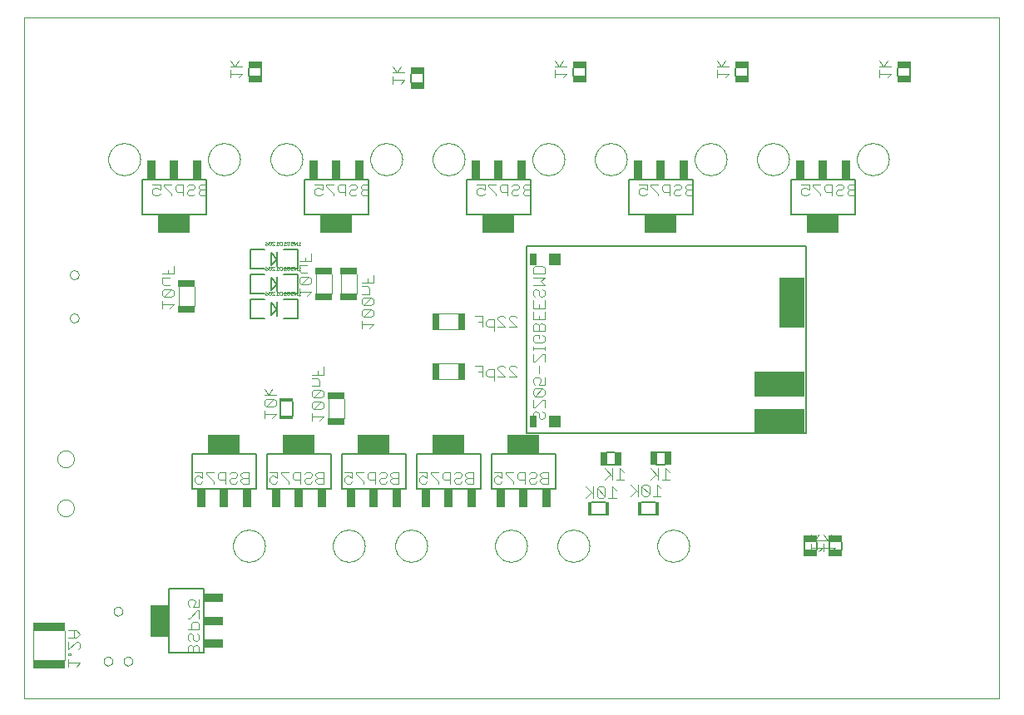
<source format=gbo>
G75*
%MOIN*%
%OFA0B0*%
%FSLAX24Y24*%
%IPPOS*%
%LPD*%
%AMOC8*
5,1,8,0,0,1.08239X$1,22.5*
%
%ADD10C,0.0000*%
%ADD11C,0.0060*%
%ADD12C,0.0040*%
%ADD13R,0.0551X0.0256*%
%ADD14R,0.1299X0.0374*%
%ADD15R,0.0669X0.0295*%
%ADD16C,0.0080*%
%ADD17C,0.0010*%
%ADD18R,0.1260X0.0730*%
%ADD19R,0.0340X0.0730*%
%ADD20R,0.0295X0.0669*%
%ADD21R,0.0560X0.0140*%
%ADD22R,0.0730X0.1260*%
%ADD23R,0.0730X0.0340*%
%ADD24R,0.0140X0.0560*%
%ADD25C,0.0050*%
%ADD26R,0.0500X0.0500*%
%ADD27R,0.0250X0.0500*%
%ADD28R,0.2000X0.1000*%
%ADD29R,0.1000X0.2000*%
%ADD30R,0.0256X0.0551*%
D10*
X012596Y000100D02*
X012596Y027396D01*
X051666Y027396D01*
X051666Y000100D01*
X012596Y000100D01*
X015771Y001575D02*
X015773Y001601D01*
X015779Y001627D01*
X015788Y001651D01*
X015801Y001674D01*
X015818Y001694D01*
X015837Y001712D01*
X015859Y001727D01*
X015882Y001738D01*
X015907Y001746D01*
X015933Y001750D01*
X015959Y001750D01*
X015985Y001746D01*
X016010Y001738D01*
X016034Y001727D01*
X016055Y001712D01*
X016074Y001694D01*
X016091Y001674D01*
X016104Y001651D01*
X016113Y001627D01*
X016119Y001601D01*
X016121Y001575D01*
X016119Y001549D01*
X016113Y001523D01*
X016104Y001499D01*
X016091Y001476D01*
X016074Y001456D01*
X016055Y001438D01*
X016033Y001423D01*
X016010Y001412D01*
X015985Y001404D01*
X015959Y001400D01*
X015933Y001400D01*
X015907Y001404D01*
X015882Y001412D01*
X015858Y001423D01*
X015837Y001438D01*
X015818Y001456D01*
X015801Y001476D01*
X015788Y001499D01*
X015779Y001523D01*
X015773Y001549D01*
X015771Y001575D01*
X016571Y001575D02*
X016573Y001601D01*
X016579Y001627D01*
X016588Y001651D01*
X016601Y001674D01*
X016618Y001694D01*
X016637Y001712D01*
X016659Y001727D01*
X016682Y001738D01*
X016707Y001746D01*
X016733Y001750D01*
X016759Y001750D01*
X016785Y001746D01*
X016810Y001738D01*
X016834Y001727D01*
X016855Y001712D01*
X016874Y001694D01*
X016891Y001674D01*
X016904Y001651D01*
X016913Y001627D01*
X016919Y001601D01*
X016921Y001575D01*
X016919Y001549D01*
X016913Y001523D01*
X016904Y001499D01*
X016891Y001476D01*
X016874Y001456D01*
X016855Y001438D01*
X016833Y001423D01*
X016810Y001412D01*
X016785Y001404D01*
X016759Y001400D01*
X016733Y001400D01*
X016707Y001404D01*
X016682Y001412D01*
X016658Y001423D01*
X016637Y001438D01*
X016618Y001456D01*
X016601Y001476D01*
X016588Y001499D01*
X016579Y001523D01*
X016573Y001549D01*
X016571Y001575D01*
X016171Y003575D02*
X016173Y003601D01*
X016179Y003627D01*
X016188Y003651D01*
X016201Y003674D01*
X016218Y003694D01*
X016237Y003712D01*
X016259Y003727D01*
X016282Y003738D01*
X016307Y003746D01*
X016333Y003750D01*
X016359Y003750D01*
X016385Y003746D01*
X016410Y003738D01*
X016434Y003727D01*
X016455Y003712D01*
X016474Y003694D01*
X016491Y003674D01*
X016504Y003651D01*
X016513Y003627D01*
X016519Y003601D01*
X016521Y003575D01*
X016519Y003549D01*
X016513Y003523D01*
X016504Y003499D01*
X016491Y003476D01*
X016474Y003456D01*
X016455Y003438D01*
X016433Y003423D01*
X016410Y003412D01*
X016385Y003404D01*
X016359Y003400D01*
X016333Y003400D01*
X016307Y003404D01*
X016282Y003412D01*
X016258Y003423D01*
X016237Y003438D01*
X016218Y003456D01*
X016201Y003476D01*
X016188Y003499D01*
X016179Y003523D01*
X016173Y003549D01*
X016171Y003575D01*
X020956Y006200D02*
X020958Y006250D01*
X020964Y006300D01*
X020974Y006349D01*
X020987Y006398D01*
X021005Y006445D01*
X021026Y006491D01*
X021050Y006534D01*
X021078Y006576D01*
X021109Y006616D01*
X021143Y006653D01*
X021180Y006687D01*
X021220Y006718D01*
X021262Y006746D01*
X021305Y006770D01*
X021351Y006791D01*
X021398Y006809D01*
X021447Y006822D01*
X021496Y006832D01*
X021546Y006838D01*
X021596Y006840D01*
X021646Y006838D01*
X021696Y006832D01*
X021745Y006822D01*
X021794Y006809D01*
X021841Y006791D01*
X021887Y006770D01*
X021930Y006746D01*
X021972Y006718D01*
X022012Y006687D01*
X022049Y006653D01*
X022083Y006616D01*
X022114Y006576D01*
X022142Y006534D01*
X022166Y006491D01*
X022187Y006445D01*
X022205Y006398D01*
X022218Y006349D01*
X022228Y006300D01*
X022234Y006250D01*
X022236Y006200D01*
X022234Y006150D01*
X022228Y006100D01*
X022218Y006051D01*
X022205Y006002D01*
X022187Y005955D01*
X022166Y005909D01*
X022142Y005866D01*
X022114Y005824D01*
X022083Y005784D01*
X022049Y005747D01*
X022012Y005713D01*
X021972Y005682D01*
X021930Y005654D01*
X021887Y005630D01*
X021841Y005609D01*
X021794Y005591D01*
X021745Y005578D01*
X021696Y005568D01*
X021646Y005562D01*
X021596Y005560D01*
X021546Y005562D01*
X021496Y005568D01*
X021447Y005578D01*
X021398Y005591D01*
X021351Y005609D01*
X021305Y005630D01*
X021262Y005654D01*
X021220Y005682D01*
X021180Y005713D01*
X021143Y005747D01*
X021109Y005784D01*
X021078Y005824D01*
X021050Y005866D01*
X021026Y005909D01*
X021005Y005955D01*
X020987Y006002D01*
X020974Y006051D01*
X020964Y006100D01*
X020958Y006150D01*
X020956Y006200D01*
X024956Y006200D02*
X024958Y006250D01*
X024964Y006300D01*
X024974Y006349D01*
X024987Y006398D01*
X025005Y006445D01*
X025026Y006491D01*
X025050Y006534D01*
X025078Y006576D01*
X025109Y006616D01*
X025143Y006653D01*
X025180Y006687D01*
X025220Y006718D01*
X025262Y006746D01*
X025305Y006770D01*
X025351Y006791D01*
X025398Y006809D01*
X025447Y006822D01*
X025496Y006832D01*
X025546Y006838D01*
X025596Y006840D01*
X025646Y006838D01*
X025696Y006832D01*
X025745Y006822D01*
X025794Y006809D01*
X025841Y006791D01*
X025887Y006770D01*
X025930Y006746D01*
X025972Y006718D01*
X026012Y006687D01*
X026049Y006653D01*
X026083Y006616D01*
X026114Y006576D01*
X026142Y006534D01*
X026166Y006491D01*
X026187Y006445D01*
X026205Y006398D01*
X026218Y006349D01*
X026228Y006300D01*
X026234Y006250D01*
X026236Y006200D01*
X026234Y006150D01*
X026228Y006100D01*
X026218Y006051D01*
X026205Y006002D01*
X026187Y005955D01*
X026166Y005909D01*
X026142Y005866D01*
X026114Y005824D01*
X026083Y005784D01*
X026049Y005747D01*
X026012Y005713D01*
X025972Y005682D01*
X025930Y005654D01*
X025887Y005630D01*
X025841Y005609D01*
X025794Y005591D01*
X025745Y005578D01*
X025696Y005568D01*
X025646Y005562D01*
X025596Y005560D01*
X025546Y005562D01*
X025496Y005568D01*
X025447Y005578D01*
X025398Y005591D01*
X025351Y005609D01*
X025305Y005630D01*
X025262Y005654D01*
X025220Y005682D01*
X025180Y005713D01*
X025143Y005747D01*
X025109Y005784D01*
X025078Y005824D01*
X025050Y005866D01*
X025026Y005909D01*
X025005Y005955D01*
X024987Y006002D01*
X024974Y006051D01*
X024964Y006100D01*
X024958Y006150D01*
X024956Y006200D01*
X027456Y006200D02*
X027458Y006250D01*
X027464Y006300D01*
X027474Y006349D01*
X027487Y006398D01*
X027505Y006445D01*
X027526Y006491D01*
X027550Y006534D01*
X027578Y006576D01*
X027609Y006616D01*
X027643Y006653D01*
X027680Y006687D01*
X027720Y006718D01*
X027762Y006746D01*
X027805Y006770D01*
X027851Y006791D01*
X027898Y006809D01*
X027947Y006822D01*
X027996Y006832D01*
X028046Y006838D01*
X028096Y006840D01*
X028146Y006838D01*
X028196Y006832D01*
X028245Y006822D01*
X028294Y006809D01*
X028341Y006791D01*
X028387Y006770D01*
X028430Y006746D01*
X028472Y006718D01*
X028512Y006687D01*
X028549Y006653D01*
X028583Y006616D01*
X028614Y006576D01*
X028642Y006534D01*
X028666Y006491D01*
X028687Y006445D01*
X028705Y006398D01*
X028718Y006349D01*
X028728Y006300D01*
X028734Y006250D01*
X028736Y006200D01*
X028734Y006150D01*
X028728Y006100D01*
X028718Y006051D01*
X028705Y006002D01*
X028687Y005955D01*
X028666Y005909D01*
X028642Y005866D01*
X028614Y005824D01*
X028583Y005784D01*
X028549Y005747D01*
X028512Y005713D01*
X028472Y005682D01*
X028430Y005654D01*
X028387Y005630D01*
X028341Y005609D01*
X028294Y005591D01*
X028245Y005578D01*
X028196Y005568D01*
X028146Y005562D01*
X028096Y005560D01*
X028046Y005562D01*
X027996Y005568D01*
X027947Y005578D01*
X027898Y005591D01*
X027851Y005609D01*
X027805Y005630D01*
X027762Y005654D01*
X027720Y005682D01*
X027680Y005713D01*
X027643Y005747D01*
X027609Y005784D01*
X027578Y005824D01*
X027550Y005866D01*
X027526Y005909D01*
X027505Y005955D01*
X027487Y006002D01*
X027474Y006051D01*
X027464Y006100D01*
X027458Y006150D01*
X027456Y006200D01*
X031456Y006200D02*
X031458Y006250D01*
X031464Y006300D01*
X031474Y006349D01*
X031487Y006398D01*
X031505Y006445D01*
X031526Y006491D01*
X031550Y006534D01*
X031578Y006576D01*
X031609Y006616D01*
X031643Y006653D01*
X031680Y006687D01*
X031720Y006718D01*
X031762Y006746D01*
X031805Y006770D01*
X031851Y006791D01*
X031898Y006809D01*
X031947Y006822D01*
X031996Y006832D01*
X032046Y006838D01*
X032096Y006840D01*
X032146Y006838D01*
X032196Y006832D01*
X032245Y006822D01*
X032294Y006809D01*
X032341Y006791D01*
X032387Y006770D01*
X032430Y006746D01*
X032472Y006718D01*
X032512Y006687D01*
X032549Y006653D01*
X032583Y006616D01*
X032614Y006576D01*
X032642Y006534D01*
X032666Y006491D01*
X032687Y006445D01*
X032705Y006398D01*
X032718Y006349D01*
X032728Y006300D01*
X032734Y006250D01*
X032736Y006200D01*
X032734Y006150D01*
X032728Y006100D01*
X032718Y006051D01*
X032705Y006002D01*
X032687Y005955D01*
X032666Y005909D01*
X032642Y005866D01*
X032614Y005824D01*
X032583Y005784D01*
X032549Y005747D01*
X032512Y005713D01*
X032472Y005682D01*
X032430Y005654D01*
X032387Y005630D01*
X032341Y005609D01*
X032294Y005591D01*
X032245Y005578D01*
X032196Y005568D01*
X032146Y005562D01*
X032096Y005560D01*
X032046Y005562D01*
X031996Y005568D01*
X031947Y005578D01*
X031898Y005591D01*
X031851Y005609D01*
X031805Y005630D01*
X031762Y005654D01*
X031720Y005682D01*
X031680Y005713D01*
X031643Y005747D01*
X031609Y005784D01*
X031578Y005824D01*
X031550Y005866D01*
X031526Y005909D01*
X031505Y005955D01*
X031487Y006002D01*
X031474Y006051D01*
X031464Y006100D01*
X031458Y006150D01*
X031456Y006200D01*
X033956Y006200D02*
X033958Y006250D01*
X033964Y006300D01*
X033974Y006349D01*
X033987Y006398D01*
X034005Y006445D01*
X034026Y006491D01*
X034050Y006534D01*
X034078Y006576D01*
X034109Y006616D01*
X034143Y006653D01*
X034180Y006687D01*
X034220Y006718D01*
X034262Y006746D01*
X034305Y006770D01*
X034351Y006791D01*
X034398Y006809D01*
X034447Y006822D01*
X034496Y006832D01*
X034546Y006838D01*
X034596Y006840D01*
X034646Y006838D01*
X034696Y006832D01*
X034745Y006822D01*
X034794Y006809D01*
X034841Y006791D01*
X034887Y006770D01*
X034930Y006746D01*
X034972Y006718D01*
X035012Y006687D01*
X035049Y006653D01*
X035083Y006616D01*
X035114Y006576D01*
X035142Y006534D01*
X035166Y006491D01*
X035187Y006445D01*
X035205Y006398D01*
X035218Y006349D01*
X035228Y006300D01*
X035234Y006250D01*
X035236Y006200D01*
X035234Y006150D01*
X035228Y006100D01*
X035218Y006051D01*
X035205Y006002D01*
X035187Y005955D01*
X035166Y005909D01*
X035142Y005866D01*
X035114Y005824D01*
X035083Y005784D01*
X035049Y005747D01*
X035012Y005713D01*
X034972Y005682D01*
X034930Y005654D01*
X034887Y005630D01*
X034841Y005609D01*
X034794Y005591D01*
X034745Y005578D01*
X034696Y005568D01*
X034646Y005562D01*
X034596Y005560D01*
X034546Y005562D01*
X034496Y005568D01*
X034447Y005578D01*
X034398Y005591D01*
X034351Y005609D01*
X034305Y005630D01*
X034262Y005654D01*
X034220Y005682D01*
X034180Y005713D01*
X034143Y005747D01*
X034109Y005784D01*
X034078Y005824D01*
X034050Y005866D01*
X034026Y005909D01*
X034005Y005955D01*
X033987Y006002D01*
X033974Y006051D01*
X033964Y006100D01*
X033958Y006150D01*
X033956Y006200D01*
X037956Y006200D02*
X037958Y006250D01*
X037964Y006300D01*
X037974Y006349D01*
X037987Y006398D01*
X038005Y006445D01*
X038026Y006491D01*
X038050Y006534D01*
X038078Y006576D01*
X038109Y006616D01*
X038143Y006653D01*
X038180Y006687D01*
X038220Y006718D01*
X038262Y006746D01*
X038305Y006770D01*
X038351Y006791D01*
X038398Y006809D01*
X038447Y006822D01*
X038496Y006832D01*
X038546Y006838D01*
X038596Y006840D01*
X038646Y006838D01*
X038696Y006832D01*
X038745Y006822D01*
X038794Y006809D01*
X038841Y006791D01*
X038887Y006770D01*
X038930Y006746D01*
X038972Y006718D01*
X039012Y006687D01*
X039049Y006653D01*
X039083Y006616D01*
X039114Y006576D01*
X039142Y006534D01*
X039166Y006491D01*
X039187Y006445D01*
X039205Y006398D01*
X039218Y006349D01*
X039228Y006300D01*
X039234Y006250D01*
X039236Y006200D01*
X039234Y006150D01*
X039228Y006100D01*
X039218Y006051D01*
X039205Y006002D01*
X039187Y005955D01*
X039166Y005909D01*
X039142Y005866D01*
X039114Y005824D01*
X039083Y005784D01*
X039049Y005747D01*
X039012Y005713D01*
X038972Y005682D01*
X038930Y005654D01*
X038887Y005630D01*
X038841Y005609D01*
X038794Y005591D01*
X038745Y005578D01*
X038696Y005568D01*
X038646Y005562D01*
X038596Y005560D01*
X038546Y005562D01*
X038496Y005568D01*
X038447Y005578D01*
X038398Y005591D01*
X038351Y005609D01*
X038305Y005630D01*
X038262Y005654D01*
X038220Y005682D01*
X038180Y005713D01*
X038143Y005747D01*
X038109Y005784D01*
X038078Y005824D01*
X038050Y005866D01*
X038026Y005909D01*
X038005Y005955D01*
X037987Y006002D01*
X037974Y006051D01*
X037964Y006100D01*
X037958Y006150D01*
X037956Y006200D01*
X014419Y015334D02*
X014421Y015360D01*
X014427Y015386D01*
X014437Y015411D01*
X014450Y015434D01*
X014466Y015454D01*
X014486Y015472D01*
X014508Y015487D01*
X014531Y015499D01*
X014557Y015507D01*
X014583Y015511D01*
X014609Y015511D01*
X014635Y015507D01*
X014661Y015499D01*
X014685Y015487D01*
X014706Y015472D01*
X014726Y015454D01*
X014742Y015434D01*
X014755Y015411D01*
X014765Y015386D01*
X014771Y015360D01*
X014773Y015334D01*
X014771Y015308D01*
X014765Y015282D01*
X014755Y015257D01*
X014742Y015234D01*
X014726Y015214D01*
X014706Y015196D01*
X014684Y015181D01*
X014661Y015169D01*
X014635Y015161D01*
X014609Y015157D01*
X014583Y015157D01*
X014557Y015161D01*
X014531Y015169D01*
X014507Y015181D01*
X014486Y015196D01*
X014466Y015214D01*
X014450Y015234D01*
X014437Y015257D01*
X014427Y015282D01*
X014421Y015308D01*
X014419Y015334D01*
X014419Y017066D02*
X014421Y017092D01*
X014427Y017118D01*
X014437Y017143D01*
X014450Y017166D01*
X014466Y017186D01*
X014486Y017204D01*
X014508Y017219D01*
X014531Y017231D01*
X014557Y017239D01*
X014583Y017243D01*
X014609Y017243D01*
X014635Y017239D01*
X014661Y017231D01*
X014685Y017219D01*
X014706Y017204D01*
X014726Y017186D01*
X014742Y017166D01*
X014755Y017143D01*
X014765Y017118D01*
X014771Y017092D01*
X014773Y017066D01*
X014771Y017040D01*
X014765Y017014D01*
X014755Y016989D01*
X014742Y016966D01*
X014726Y016946D01*
X014706Y016928D01*
X014684Y016913D01*
X014661Y016901D01*
X014635Y016893D01*
X014609Y016889D01*
X014583Y016889D01*
X014557Y016893D01*
X014531Y016901D01*
X014507Y016913D01*
X014486Y016928D01*
X014466Y016946D01*
X014450Y016966D01*
X014437Y016989D01*
X014427Y017014D01*
X014421Y017040D01*
X014419Y017066D01*
X015956Y021700D02*
X015958Y021750D01*
X015964Y021800D01*
X015974Y021849D01*
X015987Y021898D01*
X016005Y021945D01*
X016026Y021991D01*
X016050Y022034D01*
X016078Y022076D01*
X016109Y022116D01*
X016143Y022153D01*
X016180Y022187D01*
X016220Y022218D01*
X016262Y022246D01*
X016305Y022270D01*
X016351Y022291D01*
X016398Y022309D01*
X016447Y022322D01*
X016496Y022332D01*
X016546Y022338D01*
X016596Y022340D01*
X016646Y022338D01*
X016696Y022332D01*
X016745Y022322D01*
X016794Y022309D01*
X016841Y022291D01*
X016887Y022270D01*
X016930Y022246D01*
X016972Y022218D01*
X017012Y022187D01*
X017049Y022153D01*
X017083Y022116D01*
X017114Y022076D01*
X017142Y022034D01*
X017166Y021991D01*
X017187Y021945D01*
X017205Y021898D01*
X017218Y021849D01*
X017228Y021800D01*
X017234Y021750D01*
X017236Y021700D01*
X017234Y021650D01*
X017228Y021600D01*
X017218Y021551D01*
X017205Y021502D01*
X017187Y021455D01*
X017166Y021409D01*
X017142Y021366D01*
X017114Y021324D01*
X017083Y021284D01*
X017049Y021247D01*
X017012Y021213D01*
X016972Y021182D01*
X016930Y021154D01*
X016887Y021130D01*
X016841Y021109D01*
X016794Y021091D01*
X016745Y021078D01*
X016696Y021068D01*
X016646Y021062D01*
X016596Y021060D01*
X016546Y021062D01*
X016496Y021068D01*
X016447Y021078D01*
X016398Y021091D01*
X016351Y021109D01*
X016305Y021130D01*
X016262Y021154D01*
X016220Y021182D01*
X016180Y021213D01*
X016143Y021247D01*
X016109Y021284D01*
X016078Y021324D01*
X016050Y021366D01*
X016026Y021409D01*
X016005Y021455D01*
X015987Y021502D01*
X015974Y021551D01*
X015964Y021600D01*
X015958Y021650D01*
X015956Y021700D01*
X019956Y021700D02*
X019958Y021750D01*
X019964Y021800D01*
X019974Y021849D01*
X019987Y021898D01*
X020005Y021945D01*
X020026Y021991D01*
X020050Y022034D01*
X020078Y022076D01*
X020109Y022116D01*
X020143Y022153D01*
X020180Y022187D01*
X020220Y022218D01*
X020262Y022246D01*
X020305Y022270D01*
X020351Y022291D01*
X020398Y022309D01*
X020447Y022322D01*
X020496Y022332D01*
X020546Y022338D01*
X020596Y022340D01*
X020646Y022338D01*
X020696Y022332D01*
X020745Y022322D01*
X020794Y022309D01*
X020841Y022291D01*
X020887Y022270D01*
X020930Y022246D01*
X020972Y022218D01*
X021012Y022187D01*
X021049Y022153D01*
X021083Y022116D01*
X021114Y022076D01*
X021142Y022034D01*
X021166Y021991D01*
X021187Y021945D01*
X021205Y021898D01*
X021218Y021849D01*
X021228Y021800D01*
X021234Y021750D01*
X021236Y021700D01*
X021234Y021650D01*
X021228Y021600D01*
X021218Y021551D01*
X021205Y021502D01*
X021187Y021455D01*
X021166Y021409D01*
X021142Y021366D01*
X021114Y021324D01*
X021083Y021284D01*
X021049Y021247D01*
X021012Y021213D01*
X020972Y021182D01*
X020930Y021154D01*
X020887Y021130D01*
X020841Y021109D01*
X020794Y021091D01*
X020745Y021078D01*
X020696Y021068D01*
X020646Y021062D01*
X020596Y021060D01*
X020546Y021062D01*
X020496Y021068D01*
X020447Y021078D01*
X020398Y021091D01*
X020351Y021109D01*
X020305Y021130D01*
X020262Y021154D01*
X020220Y021182D01*
X020180Y021213D01*
X020143Y021247D01*
X020109Y021284D01*
X020078Y021324D01*
X020050Y021366D01*
X020026Y021409D01*
X020005Y021455D01*
X019987Y021502D01*
X019974Y021551D01*
X019964Y021600D01*
X019958Y021650D01*
X019956Y021700D01*
X022456Y021700D02*
X022458Y021750D01*
X022464Y021800D01*
X022474Y021849D01*
X022487Y021898D01*
X022505Y021945D01*
X022526Y021991D01*
X022550Y022034D01*
X022578Y022076D01*
X022609Y022116D01*
X022643Y022153D01*
X022680Y022187D01*
X022720Y022218D01*
X022762Y022246D01*
X022805Y022270D01*
X022851Y022291D01*
X022898Y022309D01*
X022947Y022322D01*
X022996Y022332D01*
X023046Y022338D01*
X023096Y022340D01*
X023146Y022338D01*
X023196Y022332D01*
X023245Y022322D01*
X023294Y022309D01*
X023341Y022291D01*
X023387Y022270D01*
X023430Y022246D01*
X023472Y022218D01*
X023512Y022187D01*
X023549Y022153D01*
X023583Y022116D01*
X023614Y022076D01*
X023642Y022034D01*
X023666Y021991D01*
X023687Y021945D01*
X023705Y021898D01*
X023718Y021849D01*
X023728Y021800D01*
X023734Y021750D01*
X023736Y021700D01*
X023734Y021650D01*
X023728Y021600D01*
X023718Y021551D01*
X023705Y021502D01*
X023687Y021455D01*
X023666Y021409D01*
X023642Y021366D01*
X023614Y021324D01*
X023583Y021284D01*
X023549Y021247D01*
X023512Y021213D01*
X023472Y021182D01*
X023430Y021154D01*
X023387Y021130D01*
X023341Y021109D01*
X023294Y021091D01*
X023245Y021078D01*
X023196Y021068D01*
X023146Y021062D01*
X023096Y021060D01*
X023046Y021062D01*
X022996Y021068D01*
X022947Y021078D01*
X022898Y021091D01*
X022851Y021109D01*
X022805Y021130D01*
X022762Y021154D01*
X022720Y021182D01*
X022680Y021213D01*
X022643Y021247D01*
X022609Y021284D01*
X022578Y021324D01*
X022550Y021366D01*
X022526Y021409D01*
X022505Y021455D01*
X022487Y021502D01*
X022474Y021551D01*
X022464Y021600D01*
X022458Y021650D01*
X022456Y021700D01*
X026456Y021700D02*
X026458Y021750D01*
X026464Y021800D01*
X026474Y021849D01*
X026487Y021898D01*
X026505Y021945D01*
X026526Y021991D01*
X026550Y022034D01*
X026578Y022076D01*
X026609Y022116D01*
X026643Y022153D01*
X026680Y022187D01*
X026720Y022218D01*
X026762Y022246D01*
X026805Y022270D01*
X026851Y022291D01*
X026898Y022309D01*
X026947Y022322D01*
X026996Y022332D01*
X027046Y022338D01*
X027096Y022340D01*
X027146Y022338D01*
X027196Y022332D01*
X027245Y022322D01*
X027294Y022309D01*
X027341Y022291D01*
X027387Y022270D01*
X027430Y022246D01*
X027472Y022218D01*
X027512Y022187D01*
X027549Y022153D01*
X027583Y022116D01*
X027614Y022076D01*
X027642Y022034D01*
X027666Y021991D01*
X027687Y021945D01*
X027705Y021898D01*
X027718Y021849D01*
X027728Y021800D01*
X027734Y021750D01*
X027736Y021700D01*
X027734Y021650D01*
X027728Y021600D01*
X027718Y021551D01*
X027705Y021502D01*
X027687Y021455D01*
X027666Y021409D01*
X027642Y021366D01*
X027614Y021324D01*
X027583Y021284D01*
X027549Y021247D01*
X027512Y021213D01*
X027472Y021182D01*
X027430Y021154D01*
X027387Y021130D01*
X027341Y021109D01*
X027294Y021091D01*
X027245Y021078D01*
X027196Y021068D01*
X027146Y021062D01*
X027096Y021060D01*
X027046Y021062D01*
X026996Y021068D01*
X026947Y021078D01*
X026898Y021091D01*
X026851Y021109D01*
X026805Y021130D01*
X026762Y021154D01*
X026720Y021182D01*
X026680Y021213D01*
X026643Y021247D01*
X026609Y021284D01*
X026578Y021324D01*
X026550Y021366D01*
X026526Y021409D01*
X026505Y021455D01*
X026487Y021502D01*
X026474Y021551D01*
X026464Y021600D01*
X026458Y021650D01*
X026456Y021700D01*
X028956Y021700D02*
X028958Y021750D01*
X028964Y021800D01*
X028974Y021849D01*
X028987Y021898D01*
X029005Y021945D01*
X029026Y021991D01*
X029050Y022034D01*
X029078Y022076D01*
X029109Y022116D01*
X029143Y022153D01*
X029180Y022187D01*
X029220Y022218D01*
X029262Y022246D01*
X029305Y022270D01*
X029351Y022291D01*
X029398Y022309D01*
X029447Y022322D01*
X029496Y022332D01*
X029546Y022338D01*
X029596Y022340D01*
X029646Y022338D01*
X029696Y022332D01*
X029745Y022322D01*
X029794Y022309D01*
X029841Y022291D01*
X029887Y022270D01*
X029930Y022246D01*
X029972Y022218D01*
X030012Y022187D01*
X030049Y022153D01*
X030083Y022116D01*
X030114Y022076D01*
X030142Y022034D01*
X030166Y021991D01*
X030187Y021945D01*
X030205Y021898D01*
X030218Y021849D01*
X030228Y021800D01*
X030234Y021750D01*
X030236Y021700D01*
X030234Y021650D01*
X030228Y021600D01*
X030218Y021551D01*
X030205Y021502D01*
X030187Y021455D01*
X030166Y021409D01*
X030142Y021366D01*
X030114Y021324D01*
X030083Y021284D01*
X030049Y021247D01*
X030012Y021213D01*
X029972Y021182D01*
X029930Y021154D01*
X029887Y021130D01*
X029841Y021109D01*
X029794Y021091D01*
X029745Y021078D01*
X029696Y021068D01*
X029646Y021062D01*
X029596Y021060D01*
X029546Y021062D01*
X029496Y021068D01*
X029447Y021078D01*
X029398Y021091D01*
X029351Y021109D01*
X029305Y021130D01*
X029262Y021154D01*
X029220Y021182D01*
X029180Y021213D01*
X029143Y021247D01*
X029109Y021284D01*
X029078Y021324D01*
X029050Y021366D01*
X029026Y021409D01*
X029005Y021455D01*
X028987Y021502D01*
X028974Y021551D01*
X028964Y021600D01*
X028958Y021650D01*
X028956Y021700D01*
X032956Y021700D02*
X032958Y021750D01*
X032964Y021800D01*
X032974Y021849D01*
X032987Y021898D01*
X033005Y021945D01*
X033026Y021991D01*
X033050Y022034D01*
X033078Y022076D01*
X033109Y022116D01*
X033143Y022153D01*
X033180Y022187D01*
X033220Y022218D01*
X033262Y022246D01*
X033305Y022270D01*
X033351Y022291D01*
X033398Y022309D01*
X033447Y022322D01*
X033496Y022332D01*
X033546Y022338D01*
X033596Y022340D01*
X033646Y022338D01*
X033696Y022332D01*
X033745Y022322D01*
X033794Y022309D01*
X033841Y022291D01*
X033887Y022270D01*
X033930Y022246D01*
X033972Y022218D01*
X034012Y022187D01*
X034049Y022153D01*
X034083Y022116D01*
X034114Y022076D01*
X034142Y022034D01*
X034166Y021991D01*
X034187Y021945D01*
X034205Y021898D01*
X034218Y021849D01*
X034228Y021800D01*
X034234Y021750D01*
X034236Y021700D01*
X034234Y021650D01*
X034228Y021600D01*
X034218Y021551D01*
X034205Y021502D01*
X034187Y021455D01*
X034166Y021409D01*
X034142Y021366D01*
X034114Y021324D01*
X034083Y021284D01*
X034049Y021247D01*
X034012Y021213D01*
X033972Y021182D01*
X033930Y021154D01*
X033887Y021130D01*
X033841Y021109D01*
X033794Y021091D01*
X033745Y021078D01*
X033696Y021068D01*
X033646Y021062D01*
X033596Y021060D01*
X033546Y021062D01*
X033496Y021068D01*
X033447Y021078D01*
X033398Y021091D01*
X033351Y021109D01*
X033305Y021130D01*
X033262Y021154D01*
X033220Y021182D01*
X033180Y021213D01*
X033143Y021247D01*
X033109Y021284D01*
X033078Y021324D01*
X033050Y021366D01*
X033026Y021409D01*
X033005Y021455D01*
X032987Y021502D01*
X032974Y021551D01*
X032964Y021600D01*
X032958Y021650D01*
X032956Y021700D01*
X035456Y021700D02*
X035458Y021750D01*
X035464Y021800D01*
X035474Y021849D01*
X035487Y021898D01*
X035505Y021945D01*
X035526Y021991D01*
X035550Y022034D01*
X035578Y022076D01*
X035609Y022116D01*
X035643Y022153D01*
X035680Y022187D01*
X035720Y022218D01*
X035762Y022246D01*
X035805Y022270D01*
X035851Y022291D01*
X035898Y022309D01*
X035947Y022322D01*
X035996Y022332D01*
X036046Y022338D01*
X036096Y022340D01*
X036146Y022338D01*
X036196Y022332D01*
X036245Y022322D01*
X036294Y022309D01*
X036341Y022291D01*
X036387Y022270D01*
X036430Y022246D01*
X036472Y022218D01*
X036512Y022187D01*
X036549Y022153D01*
X036583Y022116D01*
X036614Y022076D01*
X036642Y022034D01*
X036666Y021991D01*
X036687Y021945D01*
X036705Y021898D01*
X036718Y021849D01*
X036728Y021800D01*
X036734Y021750D01*
X036736Y021700D01*
X036734Y021650D01*
X036728Y021600D01*
X036718Y021551D01*
X036705Y021502D01*
X036687Y021455D01*
X036666Y021409D01*
X036642Y021366D01*
X036614Y021324D01*
X036583Y021284D01*
X036549Y021247D01*
X036512Y021213D01*
X036472Y021182D01*
X036430Y021154D01*
X036387Y021130D01*
X036341Y021109D01*
X036294Y021091D01*
X036245Y021078D01*
X036196Y021068D01*
X036146Y021062D01*
X036096Y021060D01*
X036046Y021062D01*
X035996Y021068D01*
X035947Y021078D01*
X035898Y021091D01*
X035851Y021109D01*
X035805Y021130D01*
X035762Y021154D01*
X035720Y021182D01*
X035680Y021213D01*
X035643Y021247D01*
X035609Y021284D01*
X035578Y021324D01*
X035550Y021366D01*
X035526Y021409D01*
X035505Y021455D01*
X035487Y021502D01*
X035474Y021551D01*
X035464Y021600D01*
X035458Y021650D01*
X035456Y021700D01*
X039456Y021700D02*
X039458Y021750D01*
X039464Y021800D01*
X039474Y021849D01*
X039487Y021898D01*
X039505Y021945D01*
X039526Y021991D01*
X039550Y022034D01*
X039578Y022076D01*
X039609Y022116D01*
X039643Y022153D01*
X039680Y022187D01*
X039720Y022218D01*
X039762Y022246D01*
X039805Y022270D01*
X039851Y022291D01*
X039898Y022309D01*
X039947Y022322D01*
X039996Y022332D01*
X040046Y022338D01*
X040096Y022340D01*
X040146Y022338D01*
X040196Y022332D01*
X040245Y022322D01*
X040294Y022309D01*
X040341Y022291D01*
X040387Y022270D01*
X040430Y022246D01*
X040472Y022218D01*
X040512Y022187D01*
X040549Y022153D01*
X040583Y022116D01*
X040614Y022076D01*
X040642Y022034D01*
X040666Y021991D01*
X040687Y021945D01*
X040705Y021898D01*
X040718Y021849D01*
X040728Y021800D01*
X040734Y021750D01*
X040736Y021700D01*
X040734Y021650D01*
X040728Y021600D01*
X040718Y021551D01*
X040705Y021502D01*
X040687Y021455D01*
X040666Y021409D01*
X040642Y021366D01*
X040614Y021324D01*
X040583Y021284D01*
X040549Y021247D01*
X040512Y021213D01*
X040472Y021182D01*
X040430Y021154D01*
X040387Y021130D01*
X040341Y021109D01*
X040294Y021091D01*
X040245Y021078D01*
X040196Y021068D01*
X040146Y021062D01*
X040096Y021060D01*
X040046Y021062D01*
X039996Y021068D01*
X039947Y021078D01*
X039898Y021091D01*
X039851Y021109D01*
X039805Y021130D01*
X039762Y021154D01*
X039720Y021182D01*
X039680Y021213D01*
X039643Y021247D01*
X039609Y021284D01*
X039578Y021324D01*
X039550Y021366D01*
X039526Y021409D01*
X039505Y021455D01*
X039487Y021502D01*
X039474Y021551D01*
X039464Y021600D01*
X039458Y021650D01*
X039456Y021700D01*
X041956Y021700D02*
X041958Y021750D01*
X041964Y021800D01*
X041974Y021849D01*
X041987Y021898D01*
X042005Y021945D01*
X042026Y021991D01*
X042050Y022034D01*
X042078Y022076D01*
X042109Y022116D01*
X042143Y022153D01*
X042180Y022187D01*
X042220Y022218D01*
X042262Y022246D01*
X042305Y022270D01*
X042351Y022291D01*
X042398Y022309D01*
X042447Y022322D01*
X042496Y022332D01*
X042546Y022338D01*
X042596Y022340D01*
X042646Y022338D01*
X042696Y022332D01*
X042745Y022322D01*
X042794Y022309D01*
X042841Y022291D01*
X042887Y022270D01*
X042930Y022246D01*
X042972Y022218D01*
X043012Y022187D01*
X043049Y022153D01*
X043083Y022116D01*
X043114Y022076D01*
X043142Y022034D01*
X043166Y021991D01*
X043187Y021945D01*
X043205Y021898D01*
X043218Y021849D01*
X043228Y021800D01*
X043234Y021750D01*
X043236Y021700D01*
X043234Y021650D01*
X043228Y021600D01*
X043218Y021551D01*
X043205Y021502D01*
X043187Y021455D01*
X043166Y021409D01*
X043142Y021366D01*
X043114Y021324D01*
X043083Y021284D01*
X043049Y021247D01*
X043012Y021213D01*
X042972Y021182D01*
X042930Y021154D01*
X042887Y021130D01*
X042841Y021109D01*
X042794Y021091D01*
X042745Y021078D01*
X042696Y021068D01*
X042646Y021062D01*
X042596Y021060D01*
X042546Y021062D01*
X042496Y021068D01*
X042447Y021078D01*
X042398Y021091D01*
X042351Y021109D01*
X042305Y021130D01*
X042262Y021154D01*
X042220Y021182D01*
X042180Y021213D01*
X042143Y021247D01*
X042109Y021284D01*
X042078Y021324D01*
X042050Y021366D01*
X042026Y021409D01*
X042005Y021455D01*
X041987Y021502D01*
X041974Y021551D01*
X041964Y021600D01*
X041958Y021650D01*
X041956Y021700D01*
X045956Y021700D02*
X045958Y021750D01*
X045964Y021800D01*
X045974Y021849D01*
X045987Y021898D01*
X046005Y021945D01*
X046026Y021991D01*
X046050Y022034D01*
X046078Y022076D01*
X046109Y022116D01*
X046143Y022153D01*
X046180Y022187D01*
X046220Y022218D01*
X046262Y022246D01*
X046305Y022270D01*
X046351Y022291D01*
X046398Y022309D01*
X046447Y022322D01*
X046496Y022332D01*
X046546Y022338D01*
X046596Y022340D01*
X046646Y022338D01*
X046696Y022332D01*
X046745Y022322D01*
X046794Y022309D01*
X046841Y022291D01*
X046887Y022270D01*
X046930Y022246D01*
X046972Y022218D01*
X047012Y022187D01*
X047049Y022153D01*
X047083Y022116D01*
X047114Y022076D01*
X047142Y022034D01*
X047166Y021991D01*
X047187Y021945D01*
X047205Y021898D01*
X047218Y021849D01*
X047228Y021800D01*
X047234Y021750D01*
X047236Y021700D01*
X047234Y021650D01*
X047228Y021600D01*
X047218Y021551D01*
X047205Y021502D01*
X047187Y021455D01*
X047166Y021409D01*
X047142Y021366D01*
X047114Y021324D01*
X047083Y021284D01*
X047049Y021247D01*
X047012Y021213D01*
X046972Y021182D01*
X046930Y021154D01*
X046887Y021130D01*
X046841Y021109D01*
X046794Y021091D01*
X046745Y021078D01*
X046696Y021068D01*
X046646Y021062D01*
X046596Y021060D01*
X046546Y021062D01*
X046496Y021068D01*
X046447Y021078D01*
X046398Y021091D01*
X046351Y021109D01*
X046305Y021130D01*
X046262Y021154D01*
X046220Y021182D01*
X046180Y021213D01*
X046143Y021247D01*
X046109Y021284D01*
X046078Y021324D01*
X046050Y021366D01*
X046026Y021409D01*
X046005Y021455D01*
X045987Y021502D01*
X045974Y021551D01*
X045964Y021600D01*
X045958Y021650D01*
X045956Y021700D01*
X013915Y009684D02*
X013917Y009720D01*
X013923Y009756D01*
X013933Y009791D01*
X013946Y009825D01*
X013963Y009857D01*
X013983Y009887D01*
X014007Y009914D01*
X014033Y009939D01*
X014062Y009961D01*
X014093Y009980D01*
X014126Y009995D01*
X014160Y010007D01*
X014196Y010015D01*
X014232Y010019D01*
X014268Y010019D01*
X014304Y010015D01*
X014340Y010007D01*
X014374Y009995D01*
X014407Y009980D01*
X014438Y009961D01*
X014467Y009939D01*
X014493Y009914D01*
X014517Y009887D01*
X014537Y009857D01*
X014554Y009825D01*
X014567Y009791D01*
X014577Y009756D01*
X014583Y009720D01*
X014585Y009684D01*
X014583Y009648D01*
X014577Y009612D01*
X014567Y009577D01*
X014554Y009543D01*
X014537Y009511D01*
X014517Y009481D01*
X014493Y009454D01*
X014467Y009429D01*
X014438Y009407D01*
X014407Y009388D01*
X014374Y009373D01*
X014340Y009361D01*
X014304Y009353D01*
X014268Y009349D01*
X014232Y009349D01*
X014196Y009353D01*
X014160Y009361D01*
X014126Y009373D01*
X014093Y009388D01*
X014062Y009407D01*
X014033Y009429D01*
X014007Y009454D01*
X013983Y009481D01*
X013963Y009511D01*
X013946Y009543D01*
X013933Y009577D01*
X013923Y009612D01*
X013917Y009648D01*
X013915Y009684D01*
X013915Y007716D02*
X013917Y007752D01*
X013923Y007788D01*
X013933Y007823D01*
X013946Y007857D01*
X013963Y007889D01*
X013983Y007919D01*
X014007Y007946D01*
X014033Y007971D01*
X014062Y007993D01*
X014093Y008012D01*
X014126Y008027D01*
X014160Y008039D01*
X014196Y008047D01*
X014232Y008051D01*
X014268Y008051D01*
X014304Y008047D01*
X014340Y008039D01*
X014374Y008027D01*
X014407Y008012D01*
X014438Y007993D01*
X014467Y007971D01*
X014493Y007946D01*
X014517Y007919D01*
X014537Y007889D01*
X014554Y007857D01*
X014567Y007823D01*
X014577Y007788D01*
X014583Y007752D01*
X014585Y007716D01*
X014583Y007680D01*
X014577Y007644D01*
X014567Y007609D01*
X014554Y007575D01*
X014537Y007543D01*
X014517Y007513D01*
X014493Y007486D01*
X014467Y007461D01*
X014438Y007439D01*
X014407Y007420D01*
X014374Y007405D01*
X014340Y007393D01*
X014304Y007385D01*
X014268Y007381D01*
X014232Y007381D01*
X014196Y007385D01*
X014160Y007393D01*
X014126Y007405D01*
X014093Y007420D01*
X014062Y007439D01*
X014033Y007461D01*
X014007Y007486D01*
X013983Y007513D01*
X013963Y007543D01*
X013946Y007575D01*
X013933Y007609D01*
X013923Y007644D01*
X013917Y007680D01*
X013915Y007716D01*
D11*
X022846Y011420D02*
X022846Y011980D01*
X023346Y011980D02*
X023346Y011420D01*
X035316Y007950D02*
X035876Y007950D01*
X035876Y007450D02*
X035316Y007450D01*
X037316Y007450D02*
X037876Y007450D01*
X037876Y007950D02*
X037316Y007950D01*
X037935Y009450D02*
X038258Y009450D01*
X038258Y009950D02*
X037935Y009950D01*
X036258Y009950D02*
X035935Y009950D01*
X035935Y009450D02*
X036258Y009450D01*
X043846Y006361D02*
X043846Y006039D01*
X044346Y006039D02*
X044346Y006361D01*
X044846Y006361D02*
X044846Y006039D01*
X045346Y006039D02*
X045346Y006361D01*
X028596Y024789D02*
X028596Y025111D01*
X028096Y025111D02*
X028096Y024789D01*
X022096Y025039D02*
X022096Y025361D01*
X021596Y025361D02*
X021596Y025039D01*
X034596Y025039D02*
X034596Y025361D01*
X035096Y025361D02*
X035096Y025039D01*
X041096Y025039D02*
X041096Y025361D01*
X041596Y025361D02*
X041596Y025039D01*
X047596Y025039D02*
X047596Y025361D01*
X048096Y025361D02*
X048096Y025039D01*
D12*
X047327Y025123D02*
X046866Y025123D01*
X046866Y024970D02*
X046866Y025277D01*
X046866Y025430D02*
X047327Y025430D01*
X047173Y025661D02*
X047020Y025430D01*
X046866Y025661D01*
X047327Y025123D02*
X047173Y024970D01*
X040827Y025123D02*
X040366Y025123D01*
X040366Y024970D02*
X040366Y025277D01*
X040366Y025430D02*
X040827Y025430D01*
X040673Y025661D02*
X040520Y025430D01*
X040366Y025661D01*
X040827Y025123D02*
X040673Y024970D01*
X034327Y025123D02*
X033866Y025123D01*
X033866Y024970D02*
X033866Y025277D01*
X033866Y025430D02*
X034327Y025430D01*
X034173Y025661D02*
X034020Y025430D01*
X033866Y025661D01*
X034327Y025123D02*
X034173Y024970D01*
X027827Y024873D02*
X027366Y024873D01*
X027366Y024720D02*
X027366Y025027D01*
X027366Y025180D02*
X027827Y025180D01*
X027673Y025411D02*
X027520Y025180D01*
X027366Y025411D01*
X027827Y024873D02*
X027673Y024720D01*
X021327Y025123D02*
X020866Y025123D01*
X020866Y024970D02*
X020866Y025277D01*
X020866Y025430D02*
X021327Y025430D01*
X021173Y025661D02*
X021020Y025430D01*
X020866Y025661D01*
X021327Y025123D02*
X021173Y024970D01*
X019878Y020700D02*
X019648Y020700D01*
X019571Y020624D01*
X019571Y020547D01*
X019648Y020470D01*
X019878Y020470D01*
X019648Y020470D02*
X019571Y020393D01*
X019571Y020317D01*
X019648Y020240D01*
X019878Y020240D01*
X019878Y020700D01*
X019418Y020624D02*
X019418Y020547D01*
X019341Y020470D01*
X019188Y020470D01*
X019111Y020393D01*
X019111Y020317D01*
X019188Y020240D01*
X019341Y020240D01*
X019418Y020317D01*
X019418Y020624D02*
X019341Y020700D01*
X019188Y020700D01*
X019111Y020624D01*
X018958Y020700D02*
X018958Y020240D01*
X018958Y020393D02*
X018727Y020393D01*
X018651Y020470D01*
X018651Y020624D01*
X018727Y020700D01*
X018958Y020700D01*
X018497Y020700D02*
X018190Y020700D01*
X018190Y020624D01*
X018497Y020317D01*
X018497Y020240D01*
X018037Y020317D02*
X017960Y020240D01*
X017807Y020240D01*
X017730Y020317D01*
X017730Y020470D01*
X017807Y020547D01*
X017883Y020547D01*
X018037Y020470D01*
X018037Y020700D01*
X017730Y020700D01*
X018577Y017408D02*
X018577Y017101D01*
X018116Y017101D01*
X018116Y016948D02*
X018423Y016948D01*
X018347Y017101D02*
X018347Y017255D01*
X018116Y016948D02*
X018116Y016718D01*
X018193Y016641D01*
X018423Y016641D01*
X018500Y016487D02*
X018193Y016487D01*
X018116Y016411D01*
X018116Y016257D01*
X018193Y016180D01*
X018500Y016487D01*
X018577Y016411D01*
X018577Y016257D01*
X018500Y016180D01*
X018193Y016180D01*
X018116Y016027D02*
X018116Y015720D01*
X018116Y015873D02*
X018577Y015873D01*
X018423Y015720D01*
X018786Y015820D02*
X018786Y016580D01*
X019406Y016580D02*
X019406Y015820D01*
X023616Y016220D02*
X023616Y016527D01*
X023616Y016373D02*
X024077Y016373D01*
X023923Y016220D01*
X024286Y016320D02*
X024286Y017080D01*
X024077Y016911D02*
X024000Y016987D01*
X023693Y016680D01*
X023616Y016757D01*
X023616Y016911D01*
X023693Y016987D01*
X024000Y016987D01*
X024077Y016911D02*
X024077Y016757D01*
X024000Y016680D01*
X023693Y016680D01*
X023693Y017141D02*
X023616Y017218D01*
X023616Y017448D01*
X023923Y017448D01*
X023847Y017601D02*
X023847Y017755D01*
X024077Y017601D02*
X024077Y017908D01*
X024077Y017601D02*
X023616Y017601D01*
X023693Y017141D02*
X023923Y017141D01*
X024906Y017080D02*
X024906Y016320D01*
X025286Y016320D02*
X025286Y017080D01*
X025906Y017080D02*
X025906Y016320D01*
X026116Y016299D02*
X026423Y016299D01*
X026423Y016529D01*
X026347Y016606D01*
X026116Y016606D01*
X026116Y016760D02*
X026577Y016760D01*
X026577Y017067D01*
X026347Y016913D02*
X026347Y016760D01*
X026500Y016146D02*
X026193Y015839D01*
X026116Y015916D01*
X026116Y016069D01*
X026193Y016146D01*
X026500Y016146D01*
X026577Y016069D01*
X026577Y015916D01*
X026500Y015839D01*
X026193Y015839D01*
X026193Y015685D02*
X026116Y015609D01*
X026116Y015455D01*
X026193Y015378D01*
X026500Y015685D01*
X026193Y015685D01*
X026193Y015378D02*
X026500Y015378D01*
X026577Y015455D01*
X026577Y015609D01*
X026500Y015685D01*
X026116Y015225D02*
X026116Y014918D01*
X026116Y015071D02*
X026577Y015071D01*
X026423Y014918D01*
X024577Y013368D02*
X024577Y013062D01*
X024116Y013062D01*
X024116Y012908D02*
X024347Y012908D01*
X024423Y012831D01*
X024423Y012601D01*
X024116Y012601D01*
X024193Y012448D02*
X024116Y012371D01*
X024116Y012218D01*
X024193Y012141D01*
X024500Y012448D01*
X024193Y012448D01*
X024500Y012448D02*
X024577Y012371D01*
X024577Y012218D01*
X024500Y012141D01*
X024193Y012141D01*
X024193Y011987D02*
X024116Y011911D01*
X024116Y011757D01*
X024193Y011680D01*
X024500Y011987D01*
X024193Y011987D01*
X024193Y011680D02*
X024500Y011680D01*
X024577Y011757D01*
X024577Y011911D01*
X024500Y011987D01*
X024786Y012080D02*
X024786Y011320D01*
X024577Y011373D02*
X024116Y011373D01*
X024116Y011220D02*
X024116Y011527D01*
X024423Y011220D02*
X024577Y011373D01*
X025406Y011320D02*
X025406Y012080D01*
X024347Y013062D02*
X024347Y013215D01*
X022677Y012241D02*
X022216Y012241D01*
X022370Y012241D02*
X022523Y012471D01*
X022370Y012241D02*
X022216Y012471D01*
X022293Y012087D02*
X022216Y012011D01*
X022216Y011857D01*
X022293Y011780D01*
X022600Y012087D01*
X022293Y012087D01*
X022293Y011780D02*
X022600Y011780D01*
X022677Y011857D01*
X022677Y012011D01*
X022600Y012087D01*
X022216Y011627D02*
X022216Y011320D01*
X022216Y011473D02*
X022677Y011473D01*
X022523Y011320D01*
X022428Y009160D02*
X022735Y009160D01*
X022735Y008930D01*
X022581Y009007D01*
X022505Y009007D01*
X022428Y008930D01*
X022428Y008777D01*
X022505Y008700D01*
X022658Y008700D01*
X022735Y008777D01*
X022888Y009084D02*
X023195Y008777D01*
X023195Y008700D01*
X023349Y008930D02*
X023425Y008853D01*
X023656Y008853D01*
X023656Y008700D02*
X023656Y009160D01*
X023425Y009160D01*
X023349Y009084D01*
X023349Y008930D01*
X023195Y009160D02*
X022888Y009160D01*
X022888Y009084D01*
X023809Y009084D02*
X023886Y009160D01*
X024039Y009160D01*
X024116Y009084D01*
X024116Y009007D01*
X024039Y008930D01*
X023886Y008930D01*
X023809Y008853D01*
X023809Y008777D01*
X023886Y008700D01*
X024039Y008700D01*
X024116Y008777D01*
X024269Y008777D02*
X024346Y008700D01*
X024576Y008700D01*
X024576Y009160D01*
X024346Y009160D01*
X024269Y009084D01*
X024269Y009007D01*
X024346Y008930D01*
X024576Y008930D01*
X024346Y008930D02*
X024269Y008853D01*
X024269Y008777D01*
X025428Y008777D02*
X025505Y008700D01*
X025658Y008700D01*
X025735Y008777D01*
X025735Y008930D02*
X025581Y009007D01*
X025505Y009007D01*
X025428Y008930D01*
X025428Y008777D01*
X025735Y008930D02*
X025735Y009160D01*
X025428Y009160D01*
X025888Y009160D02*
X025888Y009084D01*
X026195Y008777D01*
X026195Y008700D01*
X026349Y008930D02*
X026425Y008853D01*
X026656Y008853D01*
X026656Y008700D02*
X026656Y009160D01*
X026425Y009160D01*
X026349Y009084D01*
X026349Y008930D01*
X026195Y009160D02*
X025888Y009160D01*
X026809Y009084D02*
X026886Y009160D01*
X027039Y009160D01*
X027116Y009084D01*
X027116Y009007D01*
X027039Y008930D01*
X026886Y008930D01*
X026809Y008853D01*
X026809Y008777D01*
X026886Y008700D01*
X027039Y008700D01*
X027116Y008777D01*
X027269Y008777D02*
X027346Y008700D01*
X027576Y008700D01*
X027576Y009160D01*
X027346Y009160D01*
X027269Y009084D01*
X027269Y009007D01*
X027346Y008930D01*
X027576Y008930D01*
X027346Y008930D02*
X027269Y008853D01*
X027269Y008777D01*
X028428Y008777D02*
X028505Y008700D01*
X028658Y008700D01*
X028735Y008777D01*
X028735Y008930D02*
X028581Y009007D01*
X028505Y009007D01*
X028428Y008930D01*
X028428Y008777D01*
X028735Y008930D02*
X028735Y009160D01*
X028428Y009160D01*
X028888Y009160D02*
X028888Y009084D01*
X029195Y008777D01*
X029195Y008700D01*
X029349Y008930D02*
X029425Y008853D01*
X029656Y008853D01*
X029656Y008700D02*
X029656Y009160D01*
X029425Y009160D01*
X029349Y009084D01*
X029349Y008930D01*
X029195Y009160D02*
X028888Y009160D01*
X029809Y009084D02*
X029886Y009160D01*
X030039Y009160D01*
X030116Y009084D01*
X030116Y009007D01*
X030039Y008930D01*
X029886Y008930D01*
X029809Y008853D01*
X029809Y008777D01*
X029886Y008700D01*
X030039Y008700D01*
X030116Y008777D01*
X030269Y008777D02*
X030346Y008700D01*
X030576Y008700D01*
X030576Y009160D01*
X030346Y009160D01*
X030269Y009084D01*
X030269Y009007D01*
X030346Y008930D01*
X030576Y008930D01*
X030346Y008930D02*
X030269Y008853D01*
X030269Y008777D01*
X031428Y008777D02*
X031505Y008700D01*
X031658Y008700D01*
X031735Y008777D01*
X031735Y008930D02*
X031581Y009007D01*
X031505Y009007D01*
X031428Y008930D01*
X031428Y008777D01*
X031735Y008930D02*
X031735Y009160D01*
X031428Y009160D01*
X031888Y009160D02*
X031888Y009084D01*
X032195Y008777D01*
X032195Y008700D01*
X032349Y008930D02*
X032425Y008853D01*
X032656Y008853D01*
X032656Y008700D02*
X032656Y009160D01*
X032425Y009160D01*
X032349Y009084D01*
X032349Y008930D01*
X032195Y009160D02*
X031888Y009160D01*
X032809Y009084D02*
X032886Y009160D01*
X033039Y009160D01*
X033116Y009084D01*
X033116Y009007D01*
X033039Y008930D01*
X032886Y008930D01*
X032809Y008853D01*
X032809Y008777D01*
X032886Y008700D01*
X033039Y008700D01*
X033116Y008777D01*
X033269Y008777D02*
X033346Y008700D01*
X033576Y008700D01*
X033576Y009160D01*
X033346Y009160D01*
X033269Y009084D01*
X033269Y009007D01*
X033346Y008930D01*
X033576Y008930D01*
X033346Y008930D02*
X033269Y008853D01*
X033269Y008777D01*
X035080Y008580D02*
X035387Y008273D01*
X035310Y008350D02*
X035080Y008120D01*
X035387Y008120D02*
X035387Y008580D01*
X035540Y008504D02*
X035617Y008580D01*
X035770Y008580D01*
X035847Y008504D01*
X035847Y008197D01*
X035540Y008504D01*
X035540Y008197D01*
X035617Y008120D01*
X035770Y008120D01*
X035847Y008197D01*
X036001Y008120D02*
X036308Y008120D01*
X036154Y008120D02*
X036154Y008580D01*
X036308Y008427D01*
X036315Y008845D02*
X036622Y008845D01*
X036469Y008845D02*
X036469Y009305D01*
X036622Y009152D01*
X036162Y009305D02*
X036162Y008845D01*
X036162Y008998D02*
X035855Y009305D01*
X036085Y009075D02*
X035855Y008845D01*
X036874Y008655D02*
X037181Y008348D01*
X037104Y008425D02*
X036874Y008195D01*
X037181Y008195D02*
X037181Y008655D01*
X037334Y008579D02*
X037641Y008272D01*
X037564Y008195D01*
X037411Y008195D01*
X037334Y008272D01*
X037334Y008579D01*
X037411Y008655D01*
X037564Y008655D01*
X037641Y008579D01*
X037641Y008272D01*
X037794Y008195D02*
X038101Y008195D01*
X037948Y008195D02*
X037948Y008655D01*
X038101Y008502D01*
X038144Y008845D02*
X038451Y008845D01*
X038298Y008845D02*
X038298Y009305D01*
X038451Y009152D01*
X037991Y009305D02*
X037991Y008845D01*
X037991Y008998D02*
X037684Y009305D01*
X037914Y009075D02*
X037684Y008845D01*
X033437Y011355D02*
X033361Y011278D01*
X033284Y011278D01*
X033207Y011355D01*
X033207Y011509D01*
X033130Y011585D01*
X033054Y011585D01*
X032977Y011509D01*
X032977Y011355D01*
X033054Y011278D01*
X033437Y011355D02*
X033437Y011509D01*
X033361Y011585D01*
X033437Y011739D02*
X033437Y012046D01*
X033361Y012046D01*
X033054Y011739D01*
X032977Y011739D01*
X032977Y012046D01*
X033054Y012199D02*
X033361Y012506D01*
X033054Y012506D01*
X032977Y012429D01*
X032977Y012276D01*
X033054Y012199D01*
X033361Y012199D01*
X033437Y012276D01*
X033437Y012429D01*
X033361Y012506D01*
X033437Y012660D02*
X033207Y012660D01*
X033284Y012813D01*
X033284Y012890D01*
X033207Y012966D01*
X033054Y012966D01*
X032977Y012890D01*
X032977Y012736D01*
X033054Y012660D01*
X033437Y012660D02*
X033437Y012966D01*
X033207Y013120D02*
X033207Y013427D01*
X033054Y013580D02*
X032977Y013580D01*
X032977Y013887D01*
X032977Y014041D02*
X032977Y014194D01*
X032977Y014117D02*
X033437Y014117D01*
X033437Y014041D02*
X033437Y014194D01*
X033361Y014348D02*
X033054Y014348D01*
X032977Y014424D01*
X032977Y014578D01*
X033054Y014655D01*
X033207Y014655D01*
X033207Y014501D01*
X033361Y014348D02*
X033437Y014424D01*
X033437Y014578D01*
X033361Y014655D01*
X033437Y014808D02*
X033437Y015038D01*
X033361Y015115D01*
X033284Y015115D01*
X033207Y015038D01*
X033207Y014808D01*
X032977Y014808D02*
X032977Y015038D01*
X033054Y015115D01*
X033130Y015115D01*
X033207Y015038D01*
X033207Y015268D02*
X033207Y015422D01*
X032977Y015268D02*
X032977Y015575D01*
X032977Y015729D02*
X032977Y016036D01*
X033054Y016189D02*
X032977Y016266D01*
X032977Y016419D01*
X033054Y016496D01*
X033130Y016496D01*
X033207Y016419D01*
X033207Y016266D01*
X033284Y016189D01*
X033361Y016189D01*
X033437Y016266D01*
X033437Y016419D01*
X033361Y016496D01*
X033437Y016650D02*
X033284Y016803D01*
X033437Y016957D01*
X032977Y016957D01*
X032977Y017110D02*
X032977Y017340D01*
X033054Y017417D01*
X033361Y017417D01*
X033437Y017340D01*
X033437Y017110D01*
X032977Y017110D01*
X032977Y016650D02*
X033437Y016650D01*
X033437Y016036D02*
X033437Y015729D01*
X032977Y015729D01*
X033207Y015729D02*
X033207Y015882D01*
X033437Y015575D02*
X033437Y015268D01*
X032977Y015268D01*
X032977Y014808D02*
X033437Y014808D01*
X032326Y014970D02*
X032019Y015277D01*
X032019Y015354D01*
X032096Y015430D01*
X032250Y015430D01*
X032326Y015354D01*
X032326Y014970D02*
X032019Y014970D01*
X031866Y014970D02*
X031559Y015277D01*
X031559Y015354D01*
X031636Y015430D01*
X031789Y015430D01*
X031866Y015354D01*
X031866Y014970D02*
X031559Y014970D01*
X031406Y014970D02*
X031175Y014970D01*
X031099Y015047D01*
X031099Y015200D01*
X031175Y015277D01*
X031406Y015277D01*
X031406Y014817D01*
X030945Y014970D02*
X030945Y015430D01*
X030638Y015430D01*
X030792Y015200D02*
X030945Y015200D01*
X029976Y014890D02*
X029216Y014890D01*
X029216Y015510D02*
X029976Y015510D01*
X029976Y013510D02*
X029216Y013510D01*
X029216Y012890D02*
X029976Y012890D01*
X030638Y013430D02*
X030945Y013430D01*
X030945Y012970D01*
X031099Y013047D02*
X031175Y012970D01*
X031406Y012970D01*
X031559Y012970D02*
X031866Y012970D01*
X031559Y013277D01*
X031559Y013354D01*
X031636Y013430D01*
X031789Y013430D01*
X031866Y013354D01*
X032019Y013354D02*
X032096Y013430D01*
X032250Y013430D01*
X032326Y013354D01*
X032019Y013354D02*
X032019Y013277D01*
X032326Y012970D01*
X032019Y012970D01*
X031406Y012817D02*
X031406Y013277D01*
X031175Y013277D01*
X031099Y013200D01*
X031099Y013047D01*
X030945Y013200D02*
X030792Y013200D01*
X033054Y013580D02*
X033361Y013887D01*
X033437Y013887D01*
X033437Y013580D01*
X032878Y020240D02*
X032648Y020240D01*
X032571Y020317D01*
X032571Y020393D01*
X032648Y020470D01*
X032878Y020470D01*
X032648Y020470D02*
X032571Y020547D01*
X032571Y020624D01*
X032648Y020700D01*
X032878Y020700D01*
X032878Y020240D01*
X032418Y020317D02*
X032341Y020240D01*
X032188Y020240D01*
X032111Y020317D01*
X032111Y020393D01*
X032188Y020470D01*
X032341Y020470D01*
X032418Y020547D01*
X032418Y020624D01*
X032341Y020700D01*
X032188Y020700D01*
X032111Y020624D01*
X031958Y020700D02*
X031727Y020700D01*
X031651Y020624D01*
X031651Y020470D01*
X031727Y020393D01*
X031958Y020393D01*
X031958Y020240D02*
X031958Y020700D01*
X031497Y020700D02*
X031190Y020700D01*
X031190Y020624D01*
X031497Y020317D01*
X031497Y020240D01*
X031037Y020317D02*
X030960Y020240D01*
X030807Y020240D01*
X030730Y020317D01*
X030730Y020470D01*
X030807Y020547D01*
X030883Y020547D01*
X031037Y020470D01*
X031037Y020700D01*
X030730Y020700D01*
X026378Y020700D02*
X026378Y020240D01*
X026148Y020240D01*
X026071Y020317D01*
X026071Y020393D01*
X026148Y020470D01*
X026378Y020470D01*
X026148Y020470D02*
X026071Y020547D01*
X026071Y020624D01*
X026148Y020700D01*
X026378Y020700D01*
X025918Y020624D02*
X025918Y020547D01*
X025841Y020470D01*
X025688Y020470D01*
X025611Y020393D01*
X025611Y020317D01*
X025688Y020240D01*
X025841Y020240D01*
X025918Y020317D01*
X025918Y020624D02*
X025841Y020700D01*
X025688Y020700D01*
X025611Y020624D01*
X025458Y020700D02*
X025227Y020700D01*
X025151Y020624D01*
X025151Y020470D01*
X025227Y020393D01*
X025458Y020393D01*
X025458Y020240D02*
X025458Y020700D01*
X024997Y020700D02*
X024690Y020700D01*
X024690Y020624D01*
X024997Y020317D01*
X024997Y020240D01*
X024537Y020317D02*
X024460Y020240D01*
X024307Y020240D01*
X024230Y020317D01*
X024230Y020470D01*
X024307Y020547D01*
X024383Y020547D01*
X024537Y020470D01*
X024537Y020700D01*
X024230Y020700D01*
X037230Y020700D02*
X037537Y020700D01*
X037537Y020470D01*
X037383Y020547D01*
X037307Y020547D01*
X037230Y020470D01*
X037230Y020317D01*
X037307Y020240D01*
X037460Y020240D01*
X037537Y020317D01*
X037690Y020624D02*
X037997Y020317D01*
X037997Y020240D01*
X038151Y020470D02*
X038227Y020393D01*
X038458Y020393D01*
X038611Y020393D02*
X038611Y020317D01*
X038688Y020240D01*
X038841Y020240D01*
X038918Y020317D01*
X039071Y020317D02*
X039148Y020240D01*
X039378Y020240D01*
X039378Y020700D01*
X039148Y020700D01*
X039071Y020624D01*
X039071Y020547D01*
X039148Y020470D01*
X039378Y020470D01*
X039148Y020470D02*
X039071Y020393D01*
X039071Y020317D01*
X038841Y020470D02*
X038688Y020470D01*
X038611Y020393D01*
X038458Y020240D02*
X038458Y020700D01*
X038227Y020700D01*
X038151Y020624D01*
X038151Y020470D01*
X037997Y020700D02*
X037690Y020700D01*
X037690Y020624D01*
X038611Y020624D02*
X038688Y020700D01*
X038841Y020700D01*
X038918Y020624D01*
X038918Y020547D01*
X038841Y020470D01*
X043730Y020470D02*
X043730Y020317D01*
X043807Y020240D01*
X043960Y020240D01*
X044037Y020317D01*
X044037Y020470D02*
X043883Y020547D01*
X043807Y020547D01*
X043730Y020470D01*
X043730Y020700D02*
X044037Y020700D01*
X044037Y020470D01*
X044190Y020624D02*
X044497Y020317D01*
X044497Y020240D01*
X044651Y020470D02*
X044727Y020393D01*
X044958Y020393D01*
X045111Y020393D02*
X045111Y020317D01*
X045188Y020240D01*
X045341Y020240D01*
X045418Y020317D01*
X045571Y020317D02*
X045648Y020240D01*
X045878Y020240D01*
X045878Y020700D01*
X045648Y020700D01*
X045571Y020624D01*
X045571Y020547D01*
X045648Y020470D01*
X045878Y020470D01*
X045648Y020470D02*
X045571Y020393D01*
X045571Y020317D01*
X045341Y020470D02*
X045188Y020470D01*
X045111Y020393D01*
X044958Y020240D02*
X044958Y020700D01*
X044727Y020700D01*
X044651Y020624D01*
X044651Y020470D01*
X044497Y020700D02*
X044190Y020700D01*
X044190Y020624D01*
X045111Y020624D02*
X045188Y020700D01*
X045341Y020700D01*
X045418Y020624D01*
X045418Y020547D01*
X045341Y020470D01*
X021576Y009160D02*
X021576Y008700D01*
X021346Y008700D01*
X021269Y008777D01*
X021269Y008853D01*
X021346Y008930D01*
X021576Y008930D01*
X021346Y008930D02*
X021269Y009007D01*
X021269Y009084D01*
X021346Y009160D01*
X021576Y009160D01*
X021116Y009084D02*
X021116Y009007D01*
X021039Y008930D01*
X020886Y008930D01*
X020809Y008853D01*
X020809Y008777D01*
X020886Y008700D01*
X021039Y008700D01*
X021116Y008777D01*
X021116Y009084D02*
X021039Y009160D01*
X020886Y009160D01*
X020809Y009084D01*
X020656Y009160D02*
X020656Y008700D01*
X020656Y008853D02*
X020425Y008853D01*
X020349Y008930D01*
X020349Y009084D01*
X020425Y009160D01*
X020656Y009160D01*
X020195Y009160D02*
X019888Y009160D01*
X019888Y009084D01*
X020195Y008777D01*
X020195Y008700D01*
X019735Y008777D02*
X019658Y008700D01*
X019505Y008700D01*
X019428Y008777D01*
X019428Y008930D01*
X019505Y009007D01*
X019581Y009007D01*
X019735Y008930D01*
X019735Y009160D01*
X019428Y009160D01*
X019367Y004067D02*
X019213Y004067D01*
X019136Y003990D01*
X019136Y003836D01*
X019213Y003760D01*
X019367Y003760D02*
X019443Y003913D01*
X019443Y003990D01*
X019367Y004067D01*
X019597Y004067D02*
X019597Y003760D01*
X019367Y003760D01*
X019520Y003606D02*
X019213Y003299D01*
X019136Y003299D01*
X019290Y003069D02*
X019290Y002839D01*
X019290Y002685D02*
X019213Y002685D01*
X019136Y002609D01*
X019136Y002455D01*
X019213Y002378D01*
X019213Y002225D02*
X019136Y002148D01*
X019136Y001918D01*
X019597Y001918D01*
X019597Y002148D01*
X019520Y002225D01*
X019443Y002225D01*
X019367Y002148D01*
X019367Y001918D01*
X019367Y002148D02*
X019290Y002225D01*
X019213Y002225D01*
X019367Y002455D02*
X019367Y002609D01*
X019290Y002685D01*
X019136Y002839D02*
X019597Y002839D01*
X019597Y003069D01*
X019520Y003146D01*
X019367Y003146D01*
X019290Y003069D01*
X019597Y003299D02*
X019597Y003606D01*
X019520Y003606D01*
X019520Y002685D02*
X019597Y002609D01*
X019597Y002455D01*
X019520Y002378D01*
X019443Y002378D01*
X019367Y002455D01*
X014827Y002279D02*
X014827Y002126D01*
X014750Y002049D01*
X014827Y002279D02*
X014750Y002356D01*
X014673Y002356D01*
X014366Y002049D01*
X014366Y002356D01*
X014366Y002510D02*
X014673Y002510D01*
X014827Y002663D01*
X014673Y002817D01*
X014366Y002817D01*
X014226Y002770D02*
X014226Y001620D01*
X014366Y001666D02*
X014366Y001359D01*
X014366Y001512D02*
X014827Y001512D01*
X014673Y001359D01*
X014443Y001819D02*
X014366Y001819D01*
X014366Y001896D01*
X014443Y001896D01*
X014443Y001819D01*
X014597Y002510D02*
X014597Y002817D01*
X012966Y002780D02*
X012966Y001620D01*
X044116Y005970D02*
X044116Y006277D01*
X044116Y006430D02*
X044577Y006430D01*
X044616Y006430D02*
X045077Y006430D01*
X044923Y006661D02*
X044770Y006430D01*
X044616Y006661D01*
X044423Y006661D02*
X044270Y006430D01*
X044116Y006661D01*
X044616Y006277D02*
X044616Y005970D01*
X044616Y006123D02*
X045077Y006123D01*
X044923Y005970D01*
X044577Y006123D02*
X044116Y006123D01*
X044423Y005970D02*
X044577Y006123D01*
D13*
X044097Y005908D03*
X044097Y006488D03*
X045097Y006488D03*
X045097Y005908D03*
X047847Y024908D03*
X047847Y025488D03*
X041347Y025488D03*
X041347Y024908D03*
X034847Y024908D03*
X034847Y025488D03*
X028347Y025238D03*
X028347Y024658D03*
X021847Y024908D03*
X021847Y025488D03*
D14*
X013597Y002953D03*
X013597Y001443D03*
D15*
X025096Y011178D03*
X025097Y012222D03*
X019096Y015678D03*
X019097Y016722D03*
X024597Y017222D03*
X025597Y017222D03*
X025596Y016178D03*
X024596Y016178D03*
D16*
X023541Y016094D02*
X022990Y016094D01*
X022990Y016306D02*
X023541Y016306D01*
X023541Y017094D01*
X022990Y017094D01*
X022990Y017306D02*
X023541Y017306D01*
X023541Y018094D01*
X022990Y018094D01*
X022714Y017976D02*
X022714Y017700D01*
X022478Y017936D01*
X022478Y017464D01*
X022714Y017700D01*
X022714Y017424D01*
X022203Y017306D02*
X021651Y017306D01*
X021651Y018094D01*
X022203Y018094D01*
X022203Y017094D02*
X021651Y017094D01*
X021651Y016306D01*
X022203Y016306D01*
X022203Y016094D02*
X021651Y016094D01*
X021651Y015306D01*
X022203Y015306D01*
X022478Y015464D02*
X022478Y015936D01*
X022714Y015700D01*
X022478Y015464D01*
X022714Y015424D02*
X022714Y015700D01*
X022714Y015976D01*
X023541Y016094D02*
X023541Y015306D01*
X022990Y015306D01*
X022714Y016424D02*
X022714Y016700D01*
X022478Y016936D01*
X022478Y016464D01*
X022714Y016700D01*
X022714Y016976D01*
X023806Y019500D02*
X026386Y019500D01*
X026386Y020900D01*
X023806Y020900D01*
X023806Y019500D01*
X019886Y019500D02*
X017306Y019500D01*
X017306Y020900D01*
X019886Y020900D01*
X019886Y019500D01*
X030306Y019500D02*
X032886Y019500D01*
X032886Y020900D01*
X030306Y020900D01*
X030306Y019500D01*
X036806Y019500D02*
X039386Y019500D01*
X039386Y020900D01*
X036806Y020900D01*
X036806Y019500D01*
X043306Y019500D02*
X045886Y019500D01*
X045886Y020900D01*
X043306Y020900D01*
X043306Y019500D01*
X033886Y009900D02*
X031306Y009900D01*
X031306Y008500D01*
X033886Y008500D01*
X033886Y009900D01*
X030886Y009900D02*
X030886Y008500D01*
X028306Y008500D01*
X028306Y009900D01*
X030886Y009900D01*
X027886Y009900D02*
X027886Y008500D01*
X025306Y008500D01*
X025306Y009900D01*
X027886Y009900D01*
X024886Y009900D02*
X024886Y008500D01*
X022306Y008500D01*
X022306Y009900D01*
X024886Y009900D01*
X021886Y009900D02*
X021886Y008500D01*
X019306Y008500D01*
X019306Y009900D01*
X021886Y009900D01*
X019796Y004490D02*
X018396Y004490D01*
X018396Y001910D01*
X019796Y001910D01*
X019796Y004490D01*
D17*
X022264Y016245D02*
X022239Y016270D01*
X022239Y016295D01*
X022264Y016320D01*
X022339Y016320D01*
X022339Y016270D01*
X022314Y016245D01*
X022264Y016245D01*
X022339Y016320D02*
X022289Y016370D01*
X022239Y016395D01*
X022386Y016370D02*
X022486Y016270D01*
X022461Y016245D01*
X022411Y016245D01*
X022386Y016270D01*
X022386Y016370D01*
X022411Y016395D01*
X022461Y016395D01*
X022486Y016370D01*
X022486Y016270D01*
X022533Y016245D02*
X022633Y016245D01*
X022533Y016345D01*
X022533Y016370D01*
X022558Y016395D01*
X022608Y016395D01*
X022633Y016370D01*
X022731Y016395D02*
X022731Y016245D01*
X022781Y016245D02*
X022681Y016245D01*
X022781Y016345D02*
X022731Y016395D01*
X022828Y016370D02*
X022853Y016395D01*
X022928Y016395D01*
X022928Y016245D01*
X022853Y016245D01*
X022828Y016270D01*
X022828Y016370D01*
X022975Y016245D02*
X023075Y016245D01*
X023025Y016245D02*
X023025Y016395D01*
X023075Y016345D01*
X023123Y016345D02*
X023148Y016320D01*
X023198Y016320D01*
X023223Y016345D01*
X023223Y016370D01*
X023198Y016395D01*
X023148Y016395D01*
X023123Y016370D01*
X023123Y016345D01*
X023148Y016320D02*
X023123Y016295D01*
X023123Y016270D01*
X023148Y016245D01*
X023198Y016245D01*
X023223Y016270D01*
X023223Y016295D01*
X023198Y016320D01*
X023270Y016320D02*
X023270Y016270D01*
X023295Y016245D01*
X023345Y016245D01*
X023370Y016270D01*
X023370Y016320D02*
X023320Y016345D01*
X023295Y016345D01*
X023270Y016320D01*
X023270Y016395D02*
X023370Y016395D01*
X023370Y016320D01*
X023417Y016245D02*
X023417Y016395D01*
X023517Y016395D02*
X023417Y016245D01*
X023517Y016245D02*
X023517Y016395D01*
X023615Y016395D02*
X023615Y016245D01*
X023665Y016245D02*
X023564Y016245D01*
X023665Y016345D02*
X023615Y016395D01*
X023615Y017245D02*
X023615Y017395D01*
X023665Y017345D01*
X023665Y017245D02*
X023564Y017245D01*
X023517Y017245D02*
X023517Y017395D01*
X023417Y017245D01*
X023417Y017395D01*
X023370Y017395D02*
X023370Y017320D01*
X023320Y017345D01*
X023295Y017345D01*
X023270Y017320D01*
X023270Y017270D01*
X023295Y017245D01*
X023345Y017245D01*
X023370Y017270D01*
X023370Y017395D02*
X023270Y017395D01*
X023223Y017370D02*
X023198Y017395D01*
X023148Y017395D01*
X023123Y017370D01*
X023123Y017345D01*
X023148Y017320D01*
X023198Y017320D01*
X023223Y017345D01*
X023223Y017370D01*
X023198Y017320D02*
X023223Y017295D01*
X023223Y017270D01*
X023198Y017245D01*
X023148Y017245D01*
X023123Y017270D01*
X023123Y017295D01*
X023148Y017320D01*
X023075Y017345D02*
X023025Y017395D01*
X023025Y017245D01*
X023075Y017245D02*
X022975Y017245D01*
X022928Y017245D02*
X022853Y017245D01*
X022828Y017270D01*
X022828Y017370D01*
X022853Y017395D01*
X022928Y017395D01*
X022928Y017245D01*
X022781Y017245D02*
X022681Y017245D01*
X022633Y017245D02*
X022533Y017345D01*
X022533Y017370D01*
X022558Y017395D01*
X022608Y017395D01*
X022633Y017370D01*
X022731Y017395D02*
X022731Y017245D01*
X022633Y017245D02*
X022533Y017245D01*
X022486Y017270D02*
X022386Y017370D01*
X022386Y017270D01*
X022411Y017245D01*
X022461Y017245D01*
X022486Y017270D01*
X022486Y017370D01*
X022461Y017395D01*
X022411Y017395D01*
X022386Y017370D01*
X022339Y017320D02*
X022264Y017320D01*
X022239Y017295D01*
X022239Y017270D01*
X022264Y017245D01*
X022314Y017245D01*
X022339Y017270D01*
X022339Y017320D01*
X022289Y017370D01*
X022239Y017395D01*
X022731Y017395D02*
X022781Y017345D01*
X022781Y018245D02*
X022681Y018245D01*
X022633Y018245D02*
X022533Y018345D01*
X022533Y018370D01*
X022558Y018395D01*
X022608Y018395D01*
X022633Y018370D01*
X022731Y018395D02*
X022731Y018245D01*
X022633Y018245D02*
X022533Y018245D01*
X022486Y018270D02*
X022386Y018370D01*
X022386Y018270D01*
X022411Y018245D01*
X022461Y018245D01*
X022486Y018270D01*
X022486Y018370D01*
X022461Y018395D01*
X022411Y018395D01*
X022386Y018370D01*
X022339Y018320D02*
X022289Y018370D01*
X022239Y018395D01*
X022264Y018320D02*
X022339Y018320D01*
X022339Y018270D01*
X022314Y018245D01*
X022264Y018245D01*
X022239Y018270D01*
X022239Y018295D01*
X022264Y018320D01*
X022731Y018395D02*
X022781Y018345D01*
X022828Y018370D02*
X022828Y018270D01*
X022853Y018245D01*
X022928Y018245D01*
X022928Y018395D01*
X022853Y018395D01*
X022828Y018370D01*
X022975Y018245D02*
X023075Y018245D01*
X023025Y018245D02*
X023025Y018395D01*
X023075Y018345D01*
X023123Y018345D02*
X023123Y018370D01*
X023148Y018395D01*
X023198Y018395D01*
X023223Y018370D01*
X023223Y018345D01*
X023198Y018320D01*
X023148Y018320D01*
X023123Y018295D01*
X023123Y018270D01*
X023148Y018245D01*
X023198Y018245D01*
X023223Y018270D01*
X023223Y018295D01*
X023198Y018320D01*
X023148Y018320D02*
X023123Y018345D01*
X023270Y018320D02*
X023270Y018270D01*
X023295Y018245D01*
X023345Y018245D01*
X023370Y018270D01*
X023370Y018320D02*
X023320Y018345D01*
X023295Y018345D01*
X023270Y018320D01*
X023270Y018395D02*
X023370Y018395D01*
X023370Y018320D01*
X023417Y018245D02*
X023417Y018395D01*
X023517Y018395D02*
X023417Y018245D01*
X023517Y018245D02*
X023517Y018395D01*
X023615Y018395D02*
X023615Y018245D01*
X023665Y018245D02*
X023564Y018245D01*
X023665Y018345D02*
X023615Y018395D01*
D18*
X025096Y019125D03*
X025096Y019125D03*
X018596Y019125D03*
X018596Y019125D03*
X031596Y019125D03*
X031596Y019125D03*
X038096Y019125D03*
X038096Y019125D03*
X044596Y019125D03*
X044596Y019125D03*
X032596Y010275D03*
X032596Y010275D03*
X029596Y010275D03*
X029596Y010275D03*
X026596Y010275D03*
X026596Y010275D03*
X023596Y010275D03*
X023596Y010275D03*
X020596Y010275D03*
X020596Y010275D03*
D19*
X020596Y008125D03*
X020596Y008125D03*
X019686Y008125D03*
X019686Y008125D03*
X021506Y008125D03*
X021506Y008125D03*
X022686Y008125D03*
X022686Y008125D03*
X023596Y008125D03*
X023596Y008125D03*
X024506Y008125D03*
X024506Y008125D03*
X025686Y008125D03*
X025686Y008125D03*
X026596Y008125D03*
X026596Y008125D03*
X027506Y008125D03*
X027506Y008125D03*
X028686Y008125D03*
X028686Y008125D03*
X029596Y008125D03*
X029596Y008125D03*
X030506Y008125D03*
X030506Y008125D03*
X031686Y008125D03*
X031686Y008125D03*
X032596Y008125D03*
X032596Y008125D03*
X033506Y008125D03*
X033506Y008125D03*
X032506Y021275D03*
X032506Y021275D03*
X031596Y021275D03*
X031596Y021275D03*
X030686Y021275D03*
X030686Y021275D03*
X026006Y021275D03*
X026006Y021275D03*
X025096Y021275D03*
X025096Y021275D03*
X024186Y021275D03*
X024186Y021275D03*
X019506Y021275D03*
X019506Y021275D03*
X018596Y021275D03*
X018596Y021275D03*
X017686Y021275D03*
X017686Y021275D03*
X037186Y021275D03*
X037186Y021275D03*
X038096Y021275D03*
X038096Y021275D03*
X039006Y021275D03*
X039006Y021275D03*
X043686Y021275D03*
X043686Y021275D03*
X044596Y021275D03*
X044596Y021275D03*
X045506Y021275D03*
X045506Y021275D03*
D20*
X030119Y015200D03*
X029074Y015200D03*
X029074Y013200D03*
X030119Y013200D03*
D21*
X023096Y012040D03*
X023096Y011360D03*
D22*
X018021Y003200D03*
X018021Y003200D03*
D23*
X020171Y003200D03*
X020171Y003200D03*
X020171Y002290D03*
X020171Y002290D03*
X020171Y004110D03*
X020171Y004110D03*
D24*
X035256Y007700D03*
X035936Y007700D03*
X037256Y007700D03*
X037936Y007700D03*
D25*
X032715Y010729D02*
X043916Y010729D01*
X043916Y018227D01*
X032715Y018227D01*
X032715Y010729D01*
D26*
X033846Y011200D03*
X033846Y017700D03*
D27*
X032971Y017700D03*
X032971Y011200D03*
D28*
X042846Y011200D03*
X042846Y012700D03*
D29*
X043346Y015950D03*
D30*
X038388Y009701D03*
X037808Y009701D03*
X036384Y009699D03*
X035804Y009699D03*
M02*

</source>
